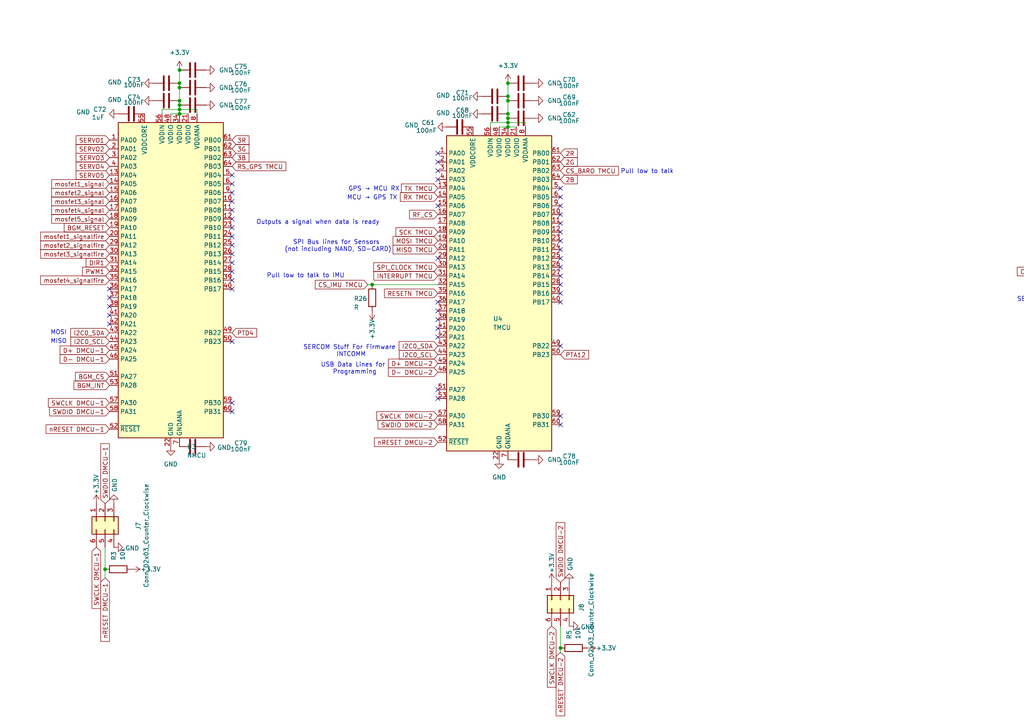
<source format=kicad_sch>
(kicad_sch (version 20250114) (generator "eeschema") (generator_version "9.0")
  (paper "A4")
  (text "SERCOM Stuff For Firmware \nINTCOMM" (at 308.864 87.884 0) (effects (font (size 1.27 1.27))))
  (text "For NAND and SD" (at 305.562 70.104 0) (effects (font (size 1.27 1.27))))
  (text "Pull low to talk to IMU" (at 88.646 80.01 0) (effects (font (size 1.27 1.27))))
  (text "INT from TLM" (at 318.516 51.308 0) (effects (font (size 1.27 1.27))))
  (text "Pull low to talk" (at 187.706 49.784 0) (effects (font (size 1.27 1.27))))
  (text "GPS → MCU RX" (at 108.458 54.864 0) (effects (font (size 1.27 1.27))))
  (text "Clock pin For NAND and SD" (at 323.342 108.712 0) (effects (font (size 1.27 1.27))))
  (text "SERCOM Stuff For Firmware \nINTCOMM" (at 101.854 101.854 0) (effects (font (size 1.27 1.27))))
  (text "MCU → GPS TX" (at 107.95 57.404 0) (effects (font (size 1.27 1.27))))
  (text "Outputs a signal when data is ready" (at 92.202 64.516 0) (effects (font (size 1.27 1.27))))
  (text "MOSI" (at 17.018 96.52 0) (effects (font (size 1.27 1.27))))
  (text "INT from NAV" (at 319.278 46.228 0) (effects (font (size 1.27 1.27))))
  (text "USB Data Lines for \nProgramming" (at 102.87 106.934 0) (effects (font (size 1.27 1.27))))
  (text "SPI Bus lines for Sensors \n(not including NAND, SD-CARD)" (at 98.044 71.374 0) (effects (font (size 1.27 1.27))))
  (text "MISO" (at 17.018 99.06 0) (effects (font (size 1.27 1.27))))
  (junction (at 162.56 187.96))
  (junction (at 147.32 35.56))
  (junction (at 326.39 104.14))
  (junction (at 393.7 38.1))
  (junction (at 392.43 55.88))
  (junction (at 52.07 31.75))
  (junction (at 312.42 114.3))
  (junction (at 392.43 45.72))
  (junction (at 147.32 36.83))
  (junction (at 52.07 33.02))
  (junction (at 52.07 20.32))
  (junction (at 306.07 116.84))
  (junction (at 147.32 33.02))
  (junction (at 52.07 25.4))
  (junction (at 107.95 82.55))
  (junction (at 147.32 24.13))
  (junction (at 30.48 165.1))
  (junction (at 52.07 30.48))
  (junction (at 147.32 27.94))
  (junction (at 392.43 86.36))
  (junction (at 392.43 96.52))
  (junction (at 52.07 24.13))
  (junction (at 147.32 34.29))
  (junction (at 350.52 181.61))
  (junction (at 392.43 104.14))
  (junction (at 52.07 29.21))
  (junction (at 314.96 78.74))
  (junction (at 147.32 29.21))
  (no_connect (at 67.31 71.12))
  (no_connect (at 162.56 59.69))
  (no_connect (at 162.56 123.19))
  (no_connect (at 127 59.69))
  (no_connect (at 31.75 86.36))
  (no_connect (at 334.01 83.82))
  (no_connect (at 162.56 120.65))
  (no_connect (at 162.56 82.55))
  (no_connect (at 334.01 55.88))
  (no_connect (at 334.01 121.92))
  (no_connect (at 127 90.17))
  (no_connect (at 67.31 53.34))
  (no_connect (at 67.31 78.74))
  (no_connect (at 31.75 93.98))
  (no_connect (at 334.01 124.46))
  (no_connect (at 334.01 137.16))
  (no_connect (at 334.01 119.38))
  (no_connect (at 127 113.03))
  (no_connect (at 334.01 93.98))
  (no_connect (at 334.01 58.42))
  (no_connect (at 127 92.71))
  (no_connect (at 162.56 77.47))
  (no_connect (at 334.01 132.08))
  (no_connect (at 162.56 69.85))
  (no_connect (at 334.01 91.44))
  (no_connect (at 31.75 91.44))
  (no_connect (at 31.75 88.9))
  (no_connect (at 334.01 101.6))
  (no_connect (at 127 95.25))
  (no_connect (at 334.01 129.54))
  (no_connect (at 127 115.57))
  (no_connect (at 67.31 81.28))
  (no_connect (at 67.31 83.82))
  (no_connect (at 334.01 73.66))
  (no_connect (at 162.56 87.63))
  (no_connect (at 67.31 76.2))
  (no_connect (at 392.43 124.46))
  (no_connect (at 162.56 72.39))
  (no_connect (at 334.01 81.28))
  (no_connect (at 67.31 58.42))
  (no_connect (at 127 52.07))
  (no_connect (at 127 46.99))
  (no_connect (at 162.56 62.23))
  (no_connect (at 67.31 63.5))
  (no_connect (at 127 87.63))
  (no_connect (at 334.01 134.62))
  (no_connect (at 67.31 73.66))
  (no_connect (at 392.43 119.38))
  (no_connect (at 162.56 54.61))
  (no_connect (at 162.56 80.01))
  (no_connect (at 334.01 99.06))
  (no_connect (at 67.31 50.8))
  (no_connect (at 334.01 60.96))
  (no_connect (at 392.43 132.08))
  (no_connect (at 392.43 116.84))
  (no_connect (at 162.56 85.09))
  (no_connect (at 162.56 100.33))
  (no_connect (at 127 74.93))
  (no_connect (at 162.56 57.15))
  (no_connect (at 127 49.53))
  (no_connect (at 67.31 66.04))
  (no_connect (at 67.31 116.84))
  (no_connect (at 162.56 74.93))
  (no_connect (at 127 44.45))
  (no_connect (at 67.31 68.58))
  (no_connect (at 67.31 99.06))
  (no_connect (at 162.56 67.31))
  (no_connect (at 67.31 119.38))
  (no_connect (at 31.75 83.82))
  (no_connect (at 127 97.79))
  (no_connect (at 334.01 109.22))
  (no_connect (at 67.31 55.88))
  (no_connect (at 334.01 76.2))
  (no_connect (at 67.31 60.96))
  (no_connect (at 334.01 106.68))
  (no_connect (at 334.01 96.52))
  (no_connect (at 392.43 83.82))
  (no_connect (at 162.56 64.77))
  (wire (pts (xy 303.53 114.3) (xy 312.42 114.3)))
  (wire (pts (xy 147.32 24.13) (xy 147.32 27.94)))
  (wire (pts (xy 52.07 30.48) (xy 52.07 31.75)))
  (wire (pts (xy 52.07 31.75) (xy 57.15 31.75)))
  (wire (pts (xy 46.99 31.75) (xy 46.99 33.02)))
  (wire (pts (xy 142.24 35.56) (xy 142.24 36.83)))
  (wire (pts (xy 350.52 176.53) (xy 350.52 181.61)))
  (wire (pts (xy 393.7 38.1) (xy 392.43 38.1)))
  (wire (pts (xy 46.99 31.75) (xy 52.07 31.75)))
  (wire (pts (xy 144.78 36.83) (xy 147.32 36.83)))
  (wire (pts (xy 30.48 167.64) (xy 30.48 165.1)))
  (wire (pts (xy 52.07 29.21) (xy 52.07 30.48)))
  (wire (pts (xy 398.78 104.14) (xy 392.43 104.14)))
  (wire (pts (xy 52.07 25.4) (xy 52.07 29.21)))
  (wire (pts (xy 106.68 82.55) (xy 107.95 82.55)))
  (wire (pts (xy 392.43 86.36) (xy 392.43 90.17)))
  (wire (pts (xy 142.24 35.56) (xy 147.32 35.56)))
  (wire (pts (xy 152.4 35.56) (xy 152.4 36.83)))
  (wire (pts (xy 52.07 33.02) (xy 54.61 33.02)))
  (wire (pts (xy 57.15 31.75) (xy 57.15 33.02)))
  (wire (pts (xy 147.32 35.56) (xy 152.4 35.56)))
  (wire (pts (xy 306.07 116.84) (xy 334.01 116.84)))
  (wire (pts (xy 323.85 104.14) (xy 326.39 104.14)))
  (wire (pts (xy 52.07 24.13) (xy 52.07 25.4)))
  (wire (pts (xy 147.32 27.94) (xy 147.32 29.21)))
  (wire (pts (xy 350.52 181.61) (xy 350.52 182.88)))
  (wire (pts (xy 52.07 20.32) (xy 52.07 24.13)))
  (wire (pts (xy 314.96 78.74) (xy 334.01 78.74)))
  (wire (pts (xy 312.42 78.74) (xy 314.96 78.74)))
  (wire (pts (xy 147.32 35.56) (xy 147.32 36.83)))
  (wire (pts (xy 30.48 158.75) (xy 30.48 165.1)))
  (wire (pts (xy 52.07 31.75) (xy 52.07 33.02)))
  (wire (pts (xy 147.32 36.83) (xy 149.86 36.83)))
  (wire (pts (xy 312.42 114.3) (xy 334.01 114.3)))
  (wire (pts (xy 326.39 104.14) (xy 334.01 104.14)))
  (wire (pts (xy 303.53 116.84) (xy 306.07 116.84)))
  (wire (pts (xy 147.32 34.29) (xy 147.32 35.56)))
  (wire (pts (xy 398.78 96.52) (xy 392.43 96.52)))
  (wire (pts (xy 147.32 29.21) (xy 147.32 33.02)))
  (wire (pts (xy 147.32 33.02) (xy 147.32 34.29)))
  (wire (pts (xy 162.56 181.61) (xy 162.56 187.96)))
  (wire (pts (xy 107.95 82.55) (xy 127 82.55)))
  (wire (pts (xy 49.53 33.02) (xy 52.07 33.02)))
  (wire (pts (xy 162.56 189.23) (xy 162.56 187.96)))
  (global_label "NAND_MOSI MMCU" (shape input) (at 334.01 68.58 180) (property "Intersheetrefs" "${INTERSHEET_REFS}" (effects (hide yes))))
  (global_label "3B" (shape input) (at 67.31 45.72 0) (property "Intersheetrefs" "${INTERSHEET_REFS}" (effects (hide yes))))
  (global_label "DIR1" (shape input) (at 31.75 76.2 180) (property "Intersheetrefs" "${INTERSHEET_REFS}" (effects (hide yes))))
  (global_label "SWCLK DMCU-2" (shape input) (at 127 120.65 180) (property "Intersheetrefs" "${INTERSHEET_REFS}" (effects (hide yes))))
  (global_label "nRESET MMCU" (shape input) (at 350.52 182.88 270) (property "Intersheetrefs" "${INTERSHEET_REFS}" (effects (hide yes))))
  (global_label "sda" (shape input) (at 303.53 116.84 180) (property "Intersheetrefs" "${INTERSHEET_REFS}" (effects (hide yes))))
  (global_label "mosfet2_signalfire" (shape input) (at 31.75 71.12 180) (property "Intersheetrefs" "${INTERSHEET_REFS}" (effects (hide yes))))
  (global_label "RESETN TMCU" (shape input) (at 127 85.09 180) (property "Intersheetrefs" "${INTERSHEET_REFS}" (effects (hide yes))))
  (global_label "SPI_CLOCK TMCU" (shape input) (at 127 77.47 180) (property "Intersheetrefs" "${INTERSHEET_REFS}" (effects (hide yes))))
  (global_label "SWCLK MMCU" (shape input) (at 392.43 111.76 0) (property "Intersheetrefs" "${INTERSHEET_REFS}" (effects (hide yes))))
  (global_label "3G" (shape input) (at 67.31 43.18 0) (property "Intersheetrefs" "${INTERSHEET_REFS}" (effects (hide yes))))
  (global_label "SWCLK DMCU-1" (shape input) (at 31.75 116.84 180) (property "Intersheetrefs" "${INTERSHEET_REFS}" (effects (hide yes))))
  (global_label "SWCLK DMCU-2" (shape input) (at 160.02 181.61 270) (property "Intersheetrefs" "${INTERSHEET_REFS}" (effects (hide yes))))
  (global_label "nRESET DMCU-2" (shape input) (at 162.56 189.23 270) (property "Intersheetrefs" "${INTERSHEET_REFS}" (effects (hide yes))))
  (global_label "PTD4" (shape input) (at 334.01 45.72 180) (property "Intersheetrefs" "${INTERSHEET_REFS}" (effects (hide yes))))
  (global_label "BGM_INT" (shape input) (at 31.75 111.76 180) (property "Intersheetrefs" "${INTERSHEET_REFS}" (effects (hide yes))))
  (global_label "mosfet4_signal" (shape input) (at 31.75 60.96 180) (property "Intersheetrefs" "${INTERSHEET_REFS}" (effects (hide yes))))
  (global_label "3R" (shape input) (at 67.31 40.64 0) (property "Intersheetrefs" "${INTERSHEET_REFS}" (effects (hide yes))))
  (global_label "D- DMCU-2" (shape input) (at 127 107.95 180) (property "Intersheetrefs" "${INTERSHEET_REFS}" (effects (hide yes))))
  (global_label "mosfet2_signal" (shape input) (at 31.75 55.88 180) (property "Intersheetrefs" "${INTERSHEET_REFS}" (effects (hide yes))))
  (global_label "SERVO4" (shape input) (at 31.75 48.26 180) (property "Intersheetrefs" "${INTERSHEET_REFS}" (effects (hide yes))))
  (global_label "2G" (shape input) (at 162.56 46.99 0) (property "Intersheetrefs" "${INTERSHEET_REFS}" (effects (hide yes))))
  (global_label "I2C0_SDA" (shape input) (at 127 100.33 180) (property "Intersheetrefs" "${INTERSHEET_REFS}" (effects (hide yes))))
  (global_label "SWDIO DMCU-1" (shape input) (at 31.75 119.38 180) (property "Intersheetrefs" "${INTERSHEET_REFS}" (effects (hide yes))))
  (global_label "BUZZER" (shape input) (at 334.01 53.34 180) (property "Intersheetrefs" "${INTERSHEET_REFS}" (effects (hide yes))))
  (global_label "BGM_RESET" (shape input) (at 31.75 66.04 180) (property "Intersheetrefs" "${INTERSHEET_REFS}" (effects (hide yes))))
  (global_label "PTA12" (shape input) (at 162.56 102.87 0) (property "Intersheetrefs" "${INTERSHEET_REFS}" (effects (hide yes))))
  (global_label "SWDIO DMCU-2" (shape input) (at 162.56 168.91 90) (property "Intersheetrefs" "${INTERSHEET_REFS}" (effects (hide yes))))
  (global_label "I2C0_SCL" (shape input) (at 127 102.87 180) (property "Intersheetrefs" "${INTERSHEET_REFS}" (effects (hide yes))))
  (global_label "SWCLK MMCU" (shape input) (at 347.98 176.53 270) (property "Intersheetrefs" "${INTERSHEET_REFS}" (effects (hide yes))))
  (global_label "nRESET DMCU-1" (shape input) (at 31.75 124.46 180) (property "Intersheetrefs" "${INTERSHEET_REFS}" (effects (hide yes))))
  (global_label "D- MMCU" (shape input) (at 392.43 139.7 0) (property "Intersheetrefs" "${INTERSHEET_REFS}" (effects (hide yes))))
  (global_label "CAM_RX" (shape input) (at 334.01 43.18 180) (property "Intersheetrefs" "${INTERSHEET_REFS}" (effects (hide yes))))
  (global_label "RS_GPS TMCU" (shape input) (at 67.31 48.26 0) (property "Intersheetrefs" "${INTERSHEET_REFS}" (effects (hide yes))))
  (global_label "D+ DMCU-1" (shape input) (at 31.75 101.6 180) (property "Intersheetrefs" "${INTERSHEET_REFS}" (effects (hide yes))))
  (global_label "I2C0_SCL" (shape input) (at 334.01 88.9 180) (property "Intersheetrefs" "${INTERSHEET_REFS}" (effects (hide yes))))
  (global_label "mosfet1_signalfire" (shape input) (at 31.75 68.58 180) (property "Intersheetrefs" "${INTERSHEET_REFS}" (effects (hide yes))))
  (global_label "PTA12" (shape input) (at 334.01 50.8 180) (property "Intersheetrefs" "${INTERSHEET_REFS}" (effects (hide yes))))
  (global_label "SPI0_SCK MMCU" (shape input) (at 334.01 111.76 180) (property "Intersheetrefs" "${INTERSHEET_REFS}" (effects (hide yes))))
  (global_label "CS_NAND MMCU" (shape input) (at 312.42 78.74 180) (property "Intersheetrefs" "${INTERSHEET_REFS}" (effects (hide yes))))
  (global_label "RX TMCU" (shape input) (at 127 57.15 180) (property "Intersheetrefs" "${INTERSHEET_REFS}" (effects (hide yes))))
  (global_label "1B" (shape input) (at 334.01 66.04 180) (property "Intersheetrefs" "${INTERSHEET_REFS}" (effects (hide yes))))
  (global_label "CS_SD MMCU" (shape input) (at 323.85 104.14 180) (property "Intersheetrefs" "${INTERSHEET_REFS}" (effects (hide yes))))
  (global_label "2B" (shape input) (at 162.56 52.07 0) (property "Intersheetrefs" "${INTERSHEET_REFS}" (effects (hide yes))))
  (global_label "scl" (shape input) (at 303.53 114.3 180) (property "Intersheetrefs" "${INTERSHEET_REFS}" (effects (hide yes))))
  (global_label "mosfet4_signalfire" (shape input) (at 31.75 81.28 180) (property "Intersheetrefs" "${INTERSHEET_REFS}" (effects (hide yes))))
  (global_label "D+ DMCU-2" (shape input) (at 127 105.41 180) (property "Intersheetrefs" "${INTERSHEET_REFS}" (effects (hide yes))))
  (global_label "I2C0_SDA" (shape input) (at 31.75 96.52 180) (property "Intersheetrefs" "${INTERSHEET_REFS}" (effects (hide yes))))
  (global_label "SWDIO MMCU" (shape input) (at 392.43 114.3 0) (property "Intersheetrefs" "${INTERSHEET_REFS}" (effects (hide yes))))
  (global_label "1G" (shape input) (at 334.01 63.5 180) (property "Intersheetrefs" "${INTERSHEET_REFS}" (effects (hide yes))))
  (global_label "nRESET DMCU-1" (shape input) (at 30.48 167.64 270) (property "Intersheetrefs" "${INTERSHEET_REFS}" (effects (hide yes))))
  (global_label "nRESET DMCU-2" (shape input) (at 127 128.27 180) (property "Intersheetrefs" "${INTERSHEET_REFS}" (effects (hide yes))))
  (global_label "SERVO5" (shape input) (at 31.75 50.8 180) (property "Intersheetrefs" "${INTERSHEET_REFS}" (effects (hide yes))))
  (global_label "RF_CS" (shape input) (at 127 62.23 180) (property "Intersheetrefs" "${INTERSHEET_REFS}" (effects (hide yes))))
  (global_label "mosfet3_signalfire" (shape input) (at 31.75 73.66 180) (property "Intersheetrefs" "${INTERSHEET_REFS}" (effects (hide yes))))
  (global_label "SERVO3" (shape input) (at 31.75 45.72 180) (property "Intersheetrefs" "${INTERSHEET_REFS}" (effects (hide yes))))
  (global_label "INTERRUPT TMCU" (shape input) (at 127 80.01 180) (property "Intersheetrefs" "${INTERSHEET_REFS}" (effects (hide yes))))
  (global_label "CS_BARO TMCU" (shape input) (at 162.56 49.53 0) (property "Intersheetrefs" "${INTERSHEET_REFS}" (effects (hide yes))))
  (global_label "SERVO2" (shape input) (at 31.75 43.18 180) (property "Intersheetrefs" "${INTERSHEET_REFS}" (effects (hide yes))))
  (global_label "SWDIO DMCU-1" (shape input) (at 30.48 146.05 90) (property "Intersheetrefs" "${INTERSHEET_REFS}" (effects (hide yes))))
  (global_label "SWCLK DMCU-1" (shape input) (at 27.94 158.75 270) (property "Intersheetrefs" "${INTERSHEET_REFS}" (effects (hide yes))))
  (global_label "MOSI TMCU" (shape input) (at 127 69.85 180) (property "Intersheetrefs" "${INTERSHEET_REFS}" (effects (hide yes))))
  (global_label "CAM_TX" (shape input) (at 334.01 40.64 180) (property "Intersheetrefs" "${INTERSHEET_REFS}" (effects (hide yes))))
  (global_label "mosfet3_signal" (shape input) (at 31.75 58.42 180) (property "Intersheetrefs" "${INTERSHEET_REFS}" (effects (hide yes))))
  (global_label "SCK TMCU" (shape input) (at 127 67.31 180) (property "Intersheetrefs" "${INTERSHEET_REFS}" (effects (hide yes))))
  (global_label "TX TMCU" (shape input) (at 127 54.61 180) (property "Intersheetrefs" "${INTERSHEET_REFS}" (effects (hide yes))))
  (global_label "2R" (shape input) (at 162.56 44.45 0) (property "Intersheetrefs" "${INTERSHEET_REFS}" (effects (hide yes))))
  (global_label "MISO TMCU" (shape input) (at 127 72.39 180) (property "Intersheetrefs" "${INTERSHEET_REFS}" (effects (hide yes))))
  (global_label "mosfet1_signal" (shape input) (at 31.75 53.34 180) (property "Intersheetrefs" "${INTERSHEET_REFS}" (effects (hide yes))))
  (global_label "BGM_CS" (shape input) (at 31.75 109.22 180) (property "Intersheetrefs" "${INTERSHEET_REFS}" (effects (hide yes))))
  (global_label "PWM1" (shape input) (at 31.75 78.74 180) (property "Intersheetrefs" "${INTERSHEET_REFS}" (effects (hide yes))))
  (global_label "1R" (shape input) (at 334.01 48.26 180) (property "Intersheetrefs" "${INTERSHEET_REFS}" (effects (hide yes))))
  (global_label "SWDIO DMCU-2" (shape input) (at 127 123.19 180) (property "Intersheetrefs" "${INTERSHEET_REFS}" (effects (hide yes))))
  (global_label "SWDIO MMCU" (shape input) (at 350.52 163.83 90) (property "Intersheetrefs" "${INTERSHEET_REFS}" (effects (hide yes))))
  (global_label "I2C0_SDA" (shape input) (at 334.01 86.36 180) (property "Intersheetrefs" "${INTERSHEET_REFS}" (effects (hide yes))))
  (global_label "D- DMCU-1" (shape input) (at 31.75 104.14 180) (property "Intersheetrefs" "${INTERSHEET_REFS}" (effects (hide yes))))
  (global_label "CS_IMU TMCU" (shape input) (at 106.68 82.55 180) (property "Intersheetrefs" "${INTERSHEET_REFS}" (effects (hide yes))))
  (global_label "I2C0_SCL" (shape input) (at 31.75 99.06 180) (property "Intersheetrefs" "${INTERSHEET_REFS}" (effects (hide yes))))
  (global_label "SERVO1" (shape input) (at 31.75 40.64 180) (property "Intersheetrefs" "${INTERSHEET_REFS}" (effects (hide yes))))
  (global_label "D+ MMCU" (shape input) (at 392.43 137.16 0) (property "Intersheetrefs" "${INTERSHEET_REFS}" (effects (hide yes))))
  (global_label "NAND_MISO MMCU" (shape input) (at 334.01 71.12 180) (property "Intersheetrefs" "${INTERSHEET_REFS}" (effects (hide yes))))
  (global_label "nRESET MMCU" (shape input) (at 392.43 109.22 0) (property "Intersheetrefs" "${INTERSHEET_REFS}" (effects (hide yes))))
  (global_label "PTD4" (shape input) (at 67.31 96.52 0) (property "Intersheetrefs" "${INTERSHEET_REFS}" (effects (hide yes))))
  (global_label "mosfet5_signal" (shape input) (at 31.75 63.5 180) (property "Intersheetrefs" "${INTERSHEET_REFS}" (effects (hide yes))))
  (symbol (lib_id "power:+3.3V") (at 392.43 86.36 270) (unit 1)
    (property "Reference" "#PWR0192" (effects (hide yes)))
    (property "Value" "+3.3V" (at 396.24 86.3599 90) (effects (justify left)))
    (property "Description" "Power symbol creates a global label with name \"+3.3V\"" (effects (hide yes)))
  )
  (symbol (lib_id "power:+3.3V") (at 147.32 24.13 0) (unit 1)
    (property "Reference" "#PWR06" (effects (hide yes)))
    (property "Value" "+3.3V" (at 147.32 19.05 0))
    (property "Description" "Power symbol creates a global label with name \"+3.3V\"" (effects (hide yes)))
  )
  (symbol (lib_id "power:+3.3V") (at 314.96 86.36 180) (unit 1)
    (property "Reference" "#PWR099" (effects (hide yes)))
    (property "Value" "+3.3V" (at 314.96 91.694 90))
    (property "Description" "Power symbol creates a global label with name \"+3.3V\"" (effects (hide yes)))
  )
  (symbol (lib_id "power:GND") (at 392.43 53.34 90) (unit 1)
    (property "Reference" "#PWR0183" (effects (hide yes)))
    (property "Value" "GND" (at 395.732 53.594 90) (effects (justify right)))
    (property "Description" "Power symbol creates a global label with name \"GND\" , ground" (effects (hide yes)))
  )
  (symbol (lib_id "power:GND") (at 139.7 33.02 270) (unit 1)
    (property "Reference" "#PWR0195" (effects (hide yes)))
    (property "Value" "GND" (at 130.556 32.766 90) (effects (justify right)))
    (property "Description" "Power symbol creates a global label with name \"GND\" , ground" (effects (hide yes)))
  )
  (symbol (lib_id "Device:R") (at 34.29 165.1 90) (unit 1)
    (property "Reference" "R3" (at 33.0199 162.56 0) (effects (justify left)))
    (property "Value" "10k" (at 35.5599 162.56 0) (effects (justify left)))
    (property "Footprint" "Resistor_SMD:R_0603_1608Metric" (effects (hide yes)))
    (property "Description" "Resistor" (effects (hide yes)))
  )
  (symbol (lib_id "Device:C") (at 143.51 33.02 90) (unit 1)
    (property "Reference" "C68" (at 134.112 32.004 90))
    (property "Value" "100nF" (at 134.112 33.528 90))
    (property "Footprint" "Capacitor_SMD:C_0603_1608Metric" (effects (hide yes)))
    (property "Description" "Unpolarized capacitor" (effects (hide yes)))
  )
  (symbol (lib_id "power:GND") (at 154.94 34.29 90) (unit 1)
    (property "Reference" "#PWR0167" (effects (hide yes)))
    (property "Value" "GND" (at 158.75 34.2901 90) (effects (justify right)))
    (property "Description" "Power symbol creates a global label with name \"GND\" , ground" (effects (hide yes)))
  )
  (symbol (lib_id "power:+3.3V") (at 392.43 55.88 270) (unit 1)
    (property "Reference" "#PWR0185" (effects (hide yes)))
    (property "Value" "+3.3V" (at 396.24 55.8799 90) (effects (justify left)))
    (property "Description" "Power symbol creates a global label with name \"+3.3V\"" (effects (hide yes)))
  )
  (symbol (lib_id "power:GND") (at 353.06 176.53 90) (unit 1)
    (property "Reference" "#PWR016" (effects (hide yes)))
    (property "Value" "GND" (at 356.87 176.5299 90) (effects (justify right)))
    (property "Description" "Power symbol creates a global label with name \"GND\" , ground" (effects (hide yes)))
  )
  (symbol (lib_id "power:+3.3V") (at 27.94 146.05 0) (mirror y) (unit 1)
    (property "Reference" "#PWR0210" (effects (hide yes)))
    (property "Value" "+3.3V" (at 27.94 140.462 90))
    (property "Description" "Power symbol creates a global label with name \"+3.3V\"" (effects (hide yes)))
  )
  (symbol (lib_id "Connector_Generic:Conn_02x03_Counter_Clockwise") (at 162.56 173.99 90) (mirror x) (unit 1)
    (property "Reference" "J8" (at 168.656 175.006 0) (effects (justify left)))
    (property "Value" "Conn_02x03_Counter_Clockwise" (at 171.45 166.116 0) (effects (justify left)))
    (property "Footprint" "Connector_PinHeader_2.54mm:PinHeader_2x03_P2.54mm_Vertical" (effects (hide yes)))
    (property "Description" "Generic connector, double row, 02x03, counter clockwise pin numbering scheme (similar to DIP package numbering), script generated (kicad-library-utils/schlib/autogen/connector/)" (effects (hide yes)))
  )
  (symbol (lib_id "Device:C") (at 151.13 29.21 270) (unit 1)
    (property "Reference" "C69" (at 165.1 28.194 90))
    (property "Value" "100nF" (at 165.1 29.972 90))
    (property "Footprint" "Capacitor_SMD:C_0603_1608Metric" (effects (hide yes)))
    (property "Description" "Unpolarized capacitor" (effects (hide yes)))
  )
  (symbol (lib_id "power:+3.3V") (at 160.02 168.91 0) (mirror y) (unit 1)
    (property "Reference" "#PWR0211" (effects (hide yes)))
    (property "Value" "+3.3V" (at 160.02 163.322 90))
    (property "Description" "Power symbol creates a global label with name \"+3.3V\"" (effects (hide yes)))
  )
  (symbol (lib_id "power:+3.3V") (at 107.95 90.17 180) (unit 1)
    (property "Reference" "#PWR095" (effects (hide yes)))
    (property "Value" "+3.3V" (at 107.95 95.504 90))
    (property "Description" "Power symbol creates a global label with name \"+3.3V\"" (effects (hide yes)))
  )
  (symbol (lib_id "power:GND") (at 59.69 25.4 90) (unit 1)
    (property "Reference" "#PWR0217" (effects (hide yes)))
    (property "Value" "GND" (at 63.5 25.4001 90) (effects (justify right)))
    (property "Description" "Power symbol creates a global label with name \"GND\" , ground" (effects (hide yes)))
  )
  (symbol (lib_id "Device:R") (at 166.37 187.96 90) (unit 1)
    (property "Reference" "R5" (at 165.0999 185.42 0) (effects (justify left)))
    (property "Value" "10k" (at 167.6399 185.42 0) (effects (justify left)))
    (property "Footprint" "Resistor_SMD:R_0603_1608Metric" (effects (hide yes)))
    (property "Description" "Resistor" (effects (hide yes)))
  )
  (symbol (lib_id "Device:C") (at 392.43 59.69 0) (unit 1)
    (property "Reference" "C65" (at 388.62 60.9601 0) (effects (justify right)))
    (property "Value" "0.1uF" (at 388.62 58.4201 0) (effects (justify right)))
    (property "Footprint" "Capacitor_SMD:C_0603_1608Metric" (effects (hide yes)))
    (property "Description" "Unpolarized capacitor" (effects (hide yes)))
  )
  (symbol (lib_id "power:GND") (at 165.1 181.61 90) (unit 1)
    (property "Reference" "#PWR024" (effects (hide yes)))
    (property "Value" "GND" (at 168.402 181.864 90) (effects (justify right)))
    (property "Description" "Power symbol creates a global label with name \"GND\" , ground" (effects (hide yes)))
  )
  (symbol (lib_id "MK20DX256VLH7:MK20DX256VLH7") (at 361.95 91.44 0) (unit 1)
    (property "Reference" "U1" (at 361.696 30.988 0))
    (property "Value" "MMCU" (at 361.696 33.528 0))
    (property "Footprint" "MK20DX256VLH7:QFP50P1200X1200X160-64N" (effects (hide yes)))
    (property "MF" "NXP USA" (effects (hide yes)))
    (property "Description_1" "ARM® Cortex®-M4 Kinetis K20 Microcontroller IC 32-Bit Single-Core 72MHz 256KB (256K x 8) FLASH 64-LQFP (10x10)" (effects (hide yes)))
    (property "Package" "LQFP-64 Freescale Semiconductor" (effects (hide yes)))
    (property "Price" "None" (effects (hide yes)))
    (property "SnapEDA_Link" "https://www.snapeda.com/parts/MK20DX256VLH7/NXP+Semiconductors/view-part/?ref=snap" (effects (hide yes)))
    (property "MP" "MK20DX256VLH7" (effects (hide yes)))
    (property "Availability" "In Stock" (effects (hide yes)))
    (property "Check_prices" "https://www.snapeda.com/parts/MK20DX256VLH7/NXP+Semiconductors/view-part/?ref=eda" (effects (hide yes)))
    (property "Sim.Library" ".\\" (effects (hide yes)))
  )
  (symbol (lib_id "power:GND") (at 353.06 163.83 180) (unit 1)
    (property "Reference" "#PWR010" (effects (hide yes)))
    (property "Value" "GND" (at 353.314 160.528 90) (effects (justify right)))
    (property "Description" "Power symbol creates a global label with name \"GND\" , ground" (effects (hide yes)))
  )
  (symbol (lib_id "Device:Crystal") (at 392.43 100.33 90) (unit 1)
    (property "Reference" "Y1" (at 396.24 99.0599 90) (effects (justify right)))
    (property "Value" "Crystal" (at 396.24 101.5999 90) (effects (justify right)))
    (property "Footprint" "Crystal:Crystal_AT310_D3.0mm_L10.0mm_Vertical" (effects (hide yes)))
    (property "Description" "Two pin crystal" (effects (hide yes)))
  )
  (symbol (lib_id "Device:C") (at 143.51 27.94 90) (unit 1)
    (property "Reference" "C71" (at 134.112 26.924 90))
    (property "Value" "100nF" (at 134.112 28.448 90))
    (property "Footprint" "Capacitor_SMD:C_0603_1608Metric" (effects (hide yes)))
    (property "Description" "Unpolarized capacitor" (effects (hide yes)))
  )
  (symbol (lib_id "Device:C") (at 55.88 129.54 270) (unit 1)
    (property "Reference" "C79" (at 69.85 128.524 90))
    (property "Value" "100nF" (at 69.85 130.302 90))
    (property "Footprint" "Capacitor_SMD:C_0603_1608Metric" (effects (hide yes)))
    (property "Description" "Unpolarized capacitor" (effects (hide yes)))
  )
  (symbol (lib_id "power:GND") (at 406.4 104.14 90) (unit 1)
    (property "Reference" "#PWR055" (effects (hide yes)))
    (property "Value" "GND" (at 409.702 104.394 90) (effects (justify right)))
    (property "Description" "Power symbol creates a global label with name \"GND\" , ground" (effects (hide yes)))
  )
  (symbol (lib_id "power:GND") (at 406.4 96.52 90) (unit 1)
    (property "Reference" "#PWR045" (effects (hide yes)))
    (property "Value" "GND" (at 409.702 96.774 90) (effects (justify right)))
    (property "Description" "Power symbol creates a global label with name \"GND\" , ground" (effects (hide yes)))
  )
  (symbol (lib_id "power:+3.3V") (at 392.43 45.72 270) (unit 1)
    (property "Reference" "#PWR0184" (effects (hide yes)))
    (property "Value" "+3.3V" (at 394.208 48.006 90) (effects (justify left)))
    (property "Description" "Power symbol creates a global label with name \"+3.3V\"" (effects (hide yes)))
  )
  (symbol (lib_id "power:GND") (at 392.43 66.04 90) (unit 1)
    (property "Reference" "#PWR0188" (effects (hide yes)))
    (property "Value" "GND" (at 395.732 66.294 90) (effects (justify right)))
    (property "Description" "Power symbol creates a global label with name \"GND\" , ground" (effects (hide yes)))
  )
  (symbol (lib_id "Connector_Generic:Conn_02x03_Counter_Clockwise") (at 30.48 151.13 90) (mirror x) (unit 1)
    (property "Reference" "J7" (at 40.132 151.384 0) (effects (justify left)))
    (property "Value" "Conn_02x03_Counter_Clockwise" (at 42.418 140.208 0) (effects (justify left)))
    (property "Footprint" "Connector_PinHeader_2.54mm:PinHeader_2x03_P2.54mm_Vertical" (effects (hide yes)))
    (property "Description" "Generic connector, double row, 02x03, counter clockwise pin numbering scheme (similar to DIP package numbering), script generated (kicad-library-utils/schlib/autogen/connector/)" (effects (hide yes)))
  )
  (symbol (lib_id "Connector_Generic:Conn_02x03_Counter_Clockwise") (at 350.52 168.91 90) (mirror x) (unit 1)
    (property "Reference" "J2" (at 344.17 168.9099 0) (effects (justify left)))
    (property "Value" "Conn_02x03_Counter_Clockwise" (at 340.106 150.368 0) (effects (justify left)))
    (property "Footprint" "Connector_PinHeader_2.54mm:PinHeader_2x03_P2.54mm_Vertical" (effects (hide yes)))
    (property "Description" "Generic connector, double row, 02x03, counter clockwise pin numbering scheme (similar to DIP package numbering), script generated (kicad-library-utils/schlib/autogen/connector/)" (effects (hide yes)))
  )
  (symbol (lib_id "power:GND") (at 33.02 158.75 90) (unit 1)
    (property "Reference" "#PWR025" (effects (hide yes)))
    (property "Value" "GND" (at 36.322 159.004 90) (effects (justify right)))
    (property "Description" "Power symbol creates a global label with name \"GND\" , ground" (effects (hide yes)))
  )
  (symbol (lib_id "power:+3.3V") (at 347.98 163.83 0) (mirror y) (unit 1)
    (property "Reference" "#PWR0209" (effects (hide yes)))
    (property "Value" "+3.3V" (at 347.98 158.242 90))
    (property "Description" "Power symbol creates a global label with name \"+3.3V\"" (effects (hide yes)))
  )
  (symbol (lib_id "MCU_Microchip_SAMD:ATSAMD21J16B-A") (at 144.78 85.09 0) (unit 1)
    (property "Reference" "U4" (at 143.002 92.456 0) (effects (justify left)))
    (property "Value" "TMCU" (at 143.002 94.996 0) (effects (justify left)))
    (property "Footprint" "Package_QFP:TQFP-64_10x10mm_P0.5mm" (effects (hide yes)))
    (property "Datasheet" "http://ww1.microchip.com/downloads/en/DeviceDoc/SAM_D21_DA1_Family_Data%20Sheet_DS40001882E.pdf" (effects (hide yes)))
    (property "Description" "SAM D21 Microchip SMART ARM-based Flash MCU, 48Mhz, 64K Flash w/ 2K RWW, 8K SRAM, TQFP-64" (effects (hide yes)))
  )
  (symbol (lib_id "power:+3.3V") (at 392.43 91.44 270) (unit 1)
    (property "Reference" "#PWR0193" (effects (hide yes)))
    (property "Value" "+3.3V" (at 391.922 93.472 90) (effects (justify left)))
    (property "Description" "Power symbol creates a global label with name \"+3.3V\"" (effects (hide yes)))
  )
  (symbol (lib_id "power:GND") (at 392.43 63.5 90) (unit 1)
    (property "Reference" "#PWR0186" (effects (hide yes)))
    (property "Value" "GND" (at 395.732 63.754 90) (effects (justify right)))
    (property "Description" "Power symbol creates a global label with name \"GND\" , ground" (effects (hide yes)))
  )
  (symbol (lib_id "Device:C") (at 151.13 34.29 270) (unit 1)
    (property "Reference" "C62" (at 165.1 33.274 90))
    (property "Value" "100nF" (at 165.1 35.052 90))
    (property "Footprint" "Capacitor_SMD:C_0603_1608Metric" (effects (hide yes)))
    (property "Description" "Unpolarized capacitor" (effects (hide yes)))
  )
  (symbol (lib_id "power:GND") (at 154.94 29.21 90) (unit 1)
    (property "Reference" "#PWR0196" (effects (hide yes)))
    (property "Value" "GND" (at 158.75 29.2101 90) (effects (justify right)))
    (property "Description" "Power symbol creates a global label with name \"GND\" , ground" (effects (hide yes)))
  )
  (symbol (lib_id "Device:R") (at 107.95 86.36 0) (unit 1)
    (property "Reference" "R26" (at 102.616 86.614 0) (effects (justify left)))
    (property "Value" "R" (at 102.616 89.154 0) (effects (justify left)))
    (property "Footprint" "Resistor_SMD:R_0603_1608Metric" (effects (hide yes)))
    (property "Description" "Resistor" (effects (hide yes)))
  )
  (symbol (lib_id "power:GND") (at 34.29 33.02 270) (unit 1)
    (property "Reference" "#PWR0199" (effects (hide yes)))
    (property "Value" "GND" (at 26.162 32.512 90) (effects (justify right)))
    (property "Description" "Power symbol creates a global label with name \"GND\" , ground" (effects (hide yes)))
  )
  (symbol (lib_id "Device:C") (at 38.1 33.02 90) (unit 1)
    (property "Reference" "C72" (at 28.956 31.75 90))
    (property "Value" "1uF" (at 28.448 34.036 90))
    (property "Footprint" "Capacitor_SMD:C_0603_1608Metric" (effects (hide yes)))
    (property "Description" "Unpolarized capacitor" (effects (hide yes)))
  )
  (symbol (lib_id "power:+3.3V") (at 326.39 96.52 0) (unit 1)
    (property "Reference" "#PWR098" (effects (hide yes)))
    (property "Value" "+3.3V" (at 326.39 91.186 90))
    (property "Description" "Power symbol creates a global label with name \"+3.3V\"" (effects (hide yes)))
  )
  (symbol (lib_id "Device:R") (at 314.96 82.55 0) (unit 1)
    (property "Reference" "R30" (at 309.626 82.804 0) (effects (justify left)))
    (property "Value" "R" (at 309.626 85.344 0) (effects (justify left)))
    (property "Footprint" "Resistor_SMD:R_0603_1608Metric" (effects (hide yes)))
    (property "Description" "Resistor" (effects (hide yes)))
  )
  (symbol (lib_id "Device:C") (at 393.7 34.29 180) (unit 1)
    (property "Reference" "C63" (at 397.51 33.0199 0) (effects (justify right)))
    (property "Value" "1uF" (at 397.51 35.5599 0) (effects (justify right)))
    (property "Footprint" "Capacitor_SMD:C_0603_1608Metric" (effects (hide yes)))
    (property "Description" "Unpolarized capacitor" (effects (hide yes)))
  )
  (symbol (lib_id "MCU_Microchip_SAMD:ATSAMD21J16B-A") (at 49.53 81.28 0) (unit 1)
    (property "Reference" "U3" (at 54.2133 129.54 0) (effects (justify left)))
    (property "Value" "NMCU" (at 54.2133 132.08 0) (effects (justify left)))
    (property "Footprint" "Package_QFP:TQFP-64_10x10mm_P0.5mm" (effects (hide yes)))
    (property "Datasheet" "http://ww1.microchip.com/downloads/en/DeviceDoc/SAM_D21_DA1_Family_Data%20Sheet_DS40001882E.pdf" (effects (hide yes)))
    (property "Description" "SAM D21 Microchip SMART ARM-based Flash MCU, 48Mhz, 64K Flash w/ 2K RWW, 8K SRAM, TQFP-64" (effects (hide yes)))
  )
  (symbol (lib_id "power:GND") (at 154.94 133.35 90) (unit 1)
    (property "Reference" "#PWR0219" (effects (hide yes)))
    (property "Value" "GND" (at 158.75 133.3501 90) (effects (justify right)))
    (property "Description" "Power symbol creates a global label with name \"GND\" , ground" (effects (hide yes)))
  )
  (symbol (lib_id "power:+3.3V") (at 52.07 20.32 0) (unit 1)
    (property "Reference" "#PWR013" (effects (hide yes)))
    (property "Value" "+3.3V" (at 52.07 15.24 0))
    (property "Description" "Power symbol creates a global label with name \"+3.3V\"" (effects (hide yes)))
  )
  (symbol (lib_id "Device:C") (at 402.59 96.52 90) (unit 1)
    (property "Reference" "C10" (at 410.972 98.806 90))
    (property "Value" "12pF" (at 410.972 101.346 90))
    (property "Footprint" "Capacitor_SMD:C_0603_1608Metric" (effects (hide yes)))
    (property "Description" "Unpolarized capacitor" (effects (hide yes)))
  )
  (symbol (lib_id "Device:R") (at 354.33 181.61 90) (unit 1)
    (property "Reference" "R4" (at 355.346 186.182 90))
    (property "Value" "10k" (at 355.346 188.722 90))
    (property "Footprint" "Resistor_SMD:R_0603_1608Metric" (effects (hide yes)))
    (property "Description" "Resistor" (effects (hide yes)))
  )
  (symbol (lib_id "Device:C") (at 48.26 24.13 90) (unit 1)
    (property "Reference" "C73" (at 38.862 23.114 90))
    (property "Value" "100nF" (at 38.862 24.638 90))
    (property "Footprint" "Capacitor_SMD:C_0603_1608Metric" (effects (hide yes)))
    (property "Description" "Unpolarized capacitor" (effects (hide yes)))
  )
  (symbol (lib_id "power:GND") (at 393.7 30.48 180) (unit 1)
    (property "Reference" "#PWR0173" (effects (hide yes)))
    (property "Value" "GND" (at 393.954 27.178 90) (effects (justify right)))
    (property "Description" "Power symbol creates a global label with name \"GND\" , ground" (effects (hide yes)))
  )
  (symbol (lib_id "power:GND") (at 44.45 29.21 270) (unit 1)
    (property "Reference" "#PWR0215" (effects (hide yes)))
    (property "Value" "GND" (at 35.306 28.956 90) (effects (justify right)))
    (property "Description" "Power symbol creates a global label with name \"GND\" , ground" (effects (hide yes)))
  )
  (symbol (lib_id "power:+3.3V") (at 38.1 165.1 270) (mirror x) (unit 1)
    (property "Reference" "#PWR0214" (effects (hide yes)))
    (property "Value" "+3.3V" (at 43.688 165.1 90))
    (property "Description" "Power symbol creates a global label with name \"+3.3V\"" (effects (hide yes)))
  )
  (symbol (lib_id "power:+3.3V") (at 306.07 109.22 0) (unit 1)
    (property "Reference" "#PWR026" (effects (hide yes)))
    (property "Value" "+3.3V" (at 306.324 104.394 90))
    (property "Description" "Power symbol creates a global label with name \"+3.3V\"" (effects (hide yes)))
  )
  (symbol (lib_id "Device:C") (at 396.24 90.17 90) (unit 1)
    (property "Reference" "C66" (at 410.972 89.662 90) (effects (justify right)))
    (property "Value" "0.1uF" (at 410.21 91.186 90) (effects (justify right)))
    (property "Footprint" "Capacitor_SMD:C_0603_1608Metric" (effects (hide yes)))
    (property "Description" "Unpolarized capacitor" (effects (hide yes)))
  )
  (symbol (lib_id "Device:C") (at 396.24 40.64 90) (unit 1)
    (property "Reference" "C67" (at 399.034 42.164 90))
    (property "Value" "4.7uF" (at 399.034 44.704 90))
    (property "Footprint" "Capacitor_SMD:C_0603_1608Metric" (effects (hide yes)))
    (property "Description" "Unpolarized capacitor" (effects (hide yes)))
  )
  (symbol (lib_id "Device:C") (at 55.88 30.48 270) (unit 1)
    (property "Reference" "C77" (at 69.85 29.464 90))
    (property "Value" "100nF" (at 69.85 31.242 90))
    (property "Footprint" "Capacitor_SMD:C_0603_1608Metric" (effects (hide yes)))
    (property "Description" "Unpolarized capacitor" (effects (hide yes)))
  )
  (symbol (lib_id "Device:C") (at 55.88 25.4 270) (unit 1)
    (property "Reference" "C76" (at 69.85 24.384 90))
    (property "Value" "100nF" (at 69.85 26.162 90))
    (property "Footprint" "Capacitor_SMD:C_0603_1608Metric" (effects (hide yes)))
    (property "Description" "Unpolarized capacitor" (effects (hide yes)))
  )
  (symbol (lib_id "Device:C") (at 48.26 29.21 90) (unit 1)
    (property "Reference" "C74" (at 38.862 28.194 90))
    (property "Value" "100nF" (at 38.862 29.718 90))
    (property "Footprint" "Capacitor_SMD:C_0603_1608Metric" (effects (hide yes)))
    (property "Description" "Unpolarized capacitor" (effects (hide yes)))
  )
  (symbol (lib_id "power:+3.3V") (at 358.14 181.61 270) (mirror x) (unit 1)
    (property "Reference" "#PWR0213" (effects (hide yes)))
    (property "Value" "+3.3V" (at 363.728 181.61 90))
    (property "Description" "Power symbol creates a global label with name \"+3.3V\"" (effects (hide yes)))
  )
  (symbol (lib_id "Device:C") (at 151.13 133.35 270) (unit 1)
    (property "Reference" "C78" (at 165.1 132.334 90))
    (property "Value" "100nF" (at 165.1 134.112 90))
    (property "Footprint" "Capacitor_SMD:C_0603_1608Metric" (effects (hide yes)))
    (property "Description" "Unpolarized capacitor" (effects (hide yes)))
  )
  (symbol (lib_id "Device:C") (at 402.59 104.14 90) (unit 1)
    (property "Reference" "C17" (at 405.638 99.314 90))
    (property "Value" "12pF" (at 405.638 101.854 90))
    (property "Footprint" "Capacitor_SMD:C_0603_1608Metric" (effects (hide yes)))
    (property "Description" "Unpolarized capacitor" (effects (hide yes)))
  )
  (symbol (lib_id "power:GND") (at 392.43 76.2 90) (unit 1)
    (property "Reference" "#PWR0191" (effects (hide yes)))
    (property "Value" "GND" (at 395.732 76.454 90) (effects (justify right)))
    (property "Description" "Power symbol creates a global label with name \"GND\" , ground" (effects (hide yes)))
  )
  (symbol (lib_id "power:+3.3V") (at 312.42 106.68 0) (unit 1)
    (property "Reference" "#PWR027" (effects (hide yes)))
    (property "Value" "+3.3V" (at 313.69 101.6 90))
    (property "Description" "Power symbol creates a global label with name \"+3.3V\"" (effects (hide yes)))
  )
  (symbol (lib_id "power:GND") (at 44.45 24.13 270) (unit 1)
    (property "Reference" "#PWR0200" (effects (hide yes)))
    (property "Value" "GND" (at 35.306 23.876 90) (effects (justify right)))
    (property "Description" "Power symbol creates a global label with name \"GND\" , ground" (effects (hide yes)))
  )
  (symbol (lib_id "power:+3.3V") (at 393.7 38.1 270) (unit 1)
    (property "Reference" "#PWR0172" (effects (hide yes)))
    (property "Value" "+3.3V" (at 397.51 38.0999 90) (effects (justify left)))
    (property "Description" "Power symbol creates a global label with name \"+3.3V\"" (effects (hide yes)))
  )
  (symbol (lib_id "power:GND") (at 165.1 168.91 180) (unit 1)
    (property "Reference" "#PWR012" (effects (hide yes)))
    (property "Value" "GND" (at 165.354 165.608 90) (effects (justify right)))
    (property "Description" "Power symbol creates a global label with name \"GND\" , ground" (effects (hide yes)))
  )
  (symbol (lib_id "power:GND") (at 400.05 90.17 90) (unit 1)
    (property "Reference" "#PWR0190" (effects (hide yes)))
    (property "Value" "GND" (at 403.352 90.424 90) (effects (justify right)))
    (property "Description" "Power symbol creates a global label with name \"GND\" , ground" (effects (hide yes)))
  )
  (symbol (lib_id "power:GND") (at 129.54 36.83 270) (unit 1)
    (property "Reference" "#PWR0166" (effects (hide yes)))
    (property "Value" "GND" (at 121.412 36.322 90) (effects (justify right)))
    (property "Description" "Power symbol creates a global label with name \"GND\" , ground" (effects (hide yes)))
  )
  (symbol (lib_id "Device:R") (at 326.39 100.33 180) (unit 1)
    (property "Reference" "R29" (at 331.724 100.076 0) (effects (justify left)))
    (property "Value" "R" (at 331.724 97.536 0) (effects (justify left)))
    (property "Footprint" "Resistor_SMD:R_0603_1608Metric" (effects (hide yes)))
    (property "Description" "Resistor" (effects (hide yes)))
  )
  (symbol (lib_id "power:GND") (at 144.78 133.35 0) (unit 1)
    (property "Reference" "#PWR09" (effects (hide yes)))
    (property "Value" "GND" (at 144.78 138.43 0))
    (property "Description" "Power symbol creates a global label with name \"GND\" , ground" (effects (hide yes)))
  )
  (symbol (lib_id "Device:C") (at 133.35 36.83 90) (unit 1)
    (property "Reference" "C61" (at 124.206 35.56 90))
    (property "Value" "100nF" (at 123.698 37.846 90))
    (property "Footprint" "Capacitor_SMD:C_0603_1608Metric" (effects (hide yes)))
    (property "Description" "Unpolarized capacitor" (effects (hide yes)))
  )
  (symbol (lib_id "power:GND") (at 59.69 20.32 90) (unit 1)
    (property "Reference" "#PWR0216" (effects (hide yes)))
    (property "Value" "GND" (at 63.5 20.3201 90) (effects (justify right)))
    (property "Description" "Power symbol creates a global label with name \"GND\" , ground" (effects (hide yes)))
  )
  (symbol (lib_id "Device:C") (at 55.88 20.32 270) (unit 1)
    (property "Reference" "C75" (at 69.85 19.304 90))
    (property "Value" "100nF" (at 69.85 21.082 90))
    (property "Footprint" "Capacitor_SMD:C_0603_1608Metric" (effects (hide yes)))
    (property "Description" "Unpolarized capacitor" (effects (hide yes)))
  )
  (symbol (lib_id "Device:R") (at 312.42 110.49 0) (unit 1)
    (property "Reference" "R6" (at 316.992 97.028 0) (effects (justify left)))
    (property "Value" "4.7k" (at 316.992 99.568 0) (effects (justify left)))
    (property "Footprint" "Resistor_SMD:R_0603_1608Metric" (effects (hide yes)))
    (property "Description" "Resistor" (effects (hide yes)))
  )
  (symbol (lib_id "power:+3.3V") (at 170.18 187.96 270) (mirror x) (unit 1)
    (property "Reference" "#PWR0212" (effects (hide yes)))
    (property "Value" "+3.3V" (at 175.768 187.96 90))
    (property "Description" "Power symbol creates a global label with name \"+3.3V\"" (effects (hide yes)))
  )
  (symbol (lib_id "power:GND") (at 392.43 68.58 90) (unit 1)
    (property "Reference" "#PWR0189" (effects (hide yes)))
    (property "Value" "GND" (at 395.732 68.834 90) (effects (justify right)))
    (property "Description" "Power symbol creates a global label with name \"GND\" , ground" (effects (hide yes)))
  )
  (symbol (lib_id "Device:C") (at 392.43 49.53 0) (unit 1)
    (property "Reference" "C64" (at 388.62 50.8001 0) (effects (justify right)))
    (property "Value" "0.1uF" (at 388.62 48.2601 0) (effects (justify right)))
    (property "Footprint" "Capacitor_SMD:C_0603_1608Metric" (effects (hide yes)))
    (property "Description" "Unpolarized capacitor" (effects (hide yes)))
  )
  (symbol (lib_id "power:GND") (at 49.53 129.54 0) (unit 1)
    (property "Reference" "#PWR08" (effects (hide yes)))
    (property "Value" "GND" (at 49.53 134.62 0))
    (property "Description" "Power symbol creates a global label with name \"GND\" , ground" (effects (hide yes)))
  )
  (symbol (lib_id "power:GND") (at 33.02 146.05 180) (unit 1)
    (property "Reference" "#PWR011" (effects (hide yes)))
    (property "Value" "GND" (at 33.274 142.748 90) (effects (justify right)))
    (property "Description" "Power symbol creates a global label with name \"GND\" , ground" (effects (hide yes)))
  )
  (symbol (lib_id "power:GND") (at 154.94 24.13 90) (unit 1)
    (property "Reference" "#PWR0197" (effects (hide yes)))
    (property "Value" "GND" (at 158.75 24.1301 90) (effects (justify right)))
    (property "Description" "Power symbol creates a global label with name \"GND\" , ground" (effects (hide yes)))
  )
  (symbol (lib_id "Device:R") (at 306.07 113.03 0) (unit 1)
    (property "Reference" "R7" (at 298.196 101.092 0) (effects (justify left)))
    (property "Value" "4.7k" (at 298.196 103.632 0) (effects (justify left)))
    (property "Footprint" "Resistor_SMD:R_0603_1608Metric" (effects (hide yes)))
    (property "Description" "Resistor" (effects (hide yes)))
  )
  (symbol (lib_id "power:GND") (at 139.7 27.94 270) (unit 1)
    (property "Reference" "#PWR0198" (effects (hide yes)))
    (property "Value" "GND" (at 130.556 27.686 90) (effects (justify right)))
    (property "Description" "Power symbol creates a global label with name \"GND\" , ground" (effects (hide yes)))
  )
  (symbol (lib_id "Device:C") (at 151.13 24.13 270) (unit 1)
    (property "Reference" "C70" (at 165.1 23.114 90))
    (property "Value" "100nF" (at 165.1 24.892 90))
    (property "Footprint" "Capacitor_SMD:C_0603_1608Metric" (effects (hide yes)))
    (property "Description" "Unpolarized capacitor" (effects (hide yes)))
  )
  (symbol (lib_id "power:GND") (at 59.69 129.54 90) (unit 1)
    (property "Reference" "#PWR014" (effects (hide yes)))
    (property "Value" "GND" (at 62.992 129.794 90) (effects (justify right)))
    (property "Description" "Power symbol creates a global label with name \"GND\" , ground" (effects (hide yes)))
  )
  (symbol (lib_id "power:GND") (at 400.05 40.64 90) (unit 1)
    (property "Reference" "#PWR0194" (effects (hide yes)))
    (property "Value" "GND" (at 403.352 40.894 90) (effects (justify right)))
    (property "Description" "Power symbol creates a global label with name \"GND\" , ground" (effects (hide yes)))
  )
  (symbol (lib_id "power:GND") (at 59.69 30.48 90) (unit 1)
    (property "Reference" "#PWR0218" (effects (hide yes)))
    (property "Value" "GND" (at 63.5 30.4801 90) (effects (justify right)))
    (property "Description" "Power symbol creates a global label with name \"GND\" , ground" (effects (hide yes)))
  )
  (sheet (at -124.46 48.26) (size 40.64 30.48) (stroke (width 0.1524))
    (property "Sheetname" "input usb" (at -124.46 47.5484 0) (effects (justify left bottom)))
    (property "Sheetfile" "usb.kicad_sch" (at -124.46 79.3246 0) (effects (justify left top)))
  )
  (sheet (at -124.46 88.9) (size 40.64 38.1) (stroke (width 0.1524))
    (property "Sheetname" "sensors" (at -124.46 88.1884 0) (effects (justify left bottom)))
    (property "Sheetfile" "sensor.kicad_sch" (at -124.46 127.5846 0) (effects (justify left top)))
  )
  (sheet (at -78.74 48.26) (size 50.8 30.48) (stroke (width 0.1524))
    (property "Sheetname" "power stuff" (at -78.74 47.5484 0) (effects (justify left bottom)))
    (property "Sheetfile" "power.kicad_sch" (at -78.74 79.3246 0) (effects (justify left top)))
  )
)
</source>
